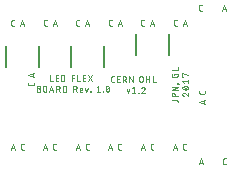
<source format=gto>
G75*
%MOIN*%
%OFA0B0*%
%FSLAX25Y25*%
%IPPOS*%
%LPD*%
%AMOC8*
5,1,8,0,0,1.08239X$1,22.5*
%
%ADD10C,0.00400*%
%ADD11C,0.00500*%
D10*
X0004333Y0008858D02*
X0005000Y0010858D01*
X0005667Y0008858D01*
X0005500Y0009358D02*
X0004500Y0009358D01*
X0007705Y0009303D02*
X0007705Y0010414D01*
X0007706Y0010414D02*
X0007708Y0010455D01*
X0007714Y0010496D01*
X0007723Y0010536D01*
X0007736Y0010574D01*
X0007753Y0010612D01*
X0007773Y0010648D01*
X0007796Y0010682D01*
X0007822Y0010713D01*
X0007851Y0010742D01*
X0007882Y0010768D01*
X0007916Y0010791D01*
X0007952Y0010811D01*
X0007990Y0010828D01*
X0008028Y0010841D01*
X0008068Y0010850D01*
X0008109Y0010856D01*
X0008150Y0010858D01*
X0008594Y0010858D01*
X0007706Y0009303D02*
X0007708Y0009262D01*
X0007714Y0009221D01*
X0007723Y0009181D01*
X0007736Y0009143D01*
X0007753Y0009105D01*
X0007773Y0009069D01*
X0007796Y0009035D01*
X0007822Y0009004D01*
X0007851Y0008975D01*
X0007882Y0008949D01*
X0007916Y0008926D01*
X0007952Y0008906D01*
X0007990Y0008889D01*
X0008028Y0008876D01*
X0008068Y0008867D01*
X0008109Y0008861D01*
X0008150Y0008859D01*
X0008150Y0008858D02*
X0008594Y0008858D01*
X0015160Y0008858D02*
X0015827Y0010858D01*
X0016493Y0008858D01*
X0016327Y0009358D02*
X0015327Y0009358D01*
X0018532Y0009303D02*
X0018532Y0010414D01*
X0018534Y0010455D01*
X0018540Y0010496D01*
X0018549Y0010536D01*
X0018562Y0010574D01*
X0018579Y0010612D01*
X0018599Y0010648D01*
X0018622Y0010682D01*
X0018648Y0010713D01*
X0018677Y0010742D01*
X0018708Y0010768D01*
X0018742Y0010791D01*
X0018778Y0010811D01*
X0018816Y0010828D01*
X0018854Y0010841D01*
X0018894Y0010850D01*
X0018935Y0010856D01*
X0018976Y0010858D01*
X0019421Y0010858D01*
X0018532Y0009303D02*
X0018534Y0009262D01*
X0018540Y0009221D01*
X0018549Y0009181D01*
X0018562Y0009143D01*
X0018579Y0009105D01*
X0018599Y0009069D01*
X0018622Y0009035D01*
X0018648Y0009004D01*
X0018677Y0008975D01*
X0018708Y0008949D01*
X0018742Y0008926D01*
X0018778Y0008906D01*
X0018816Y0008889D01*
X0018854Y0008876D01*
X0018894Y0008867D01*
X0018935Y0008861D01*
X0018976Y0008859D01*
X0018976Y0008858D02*
X0019421Y0008858D01*
X0025987Y0008858D02*
X0026654Y0010858D01*
X0027320Y0008858D01*
X0027154Y0009358D02*
X0026154Y0009358D01*
X0029359Y0009303D02*
X0029359Y0010414D01*
X0029361Y0010455D01*
X0029367Y0010496D01*
X0029376Y0010536D01*
X0029389Y0010574D01*
X0029406Y0010612D01*
X0029426Y0010648D01*
X0029449Y0010682D01*
X0029475Y0010713D01*
X0029504Y0010742D01*
X0029535Y0010768D01*
X0029569Y0010791D01*
X0029605Y0010811D01*
X0029643Y0010828D01*
X0029681Y0010841D01*
X0029721Y0010850D01*
X0029762Y0010856D01*
X0029803Y0010858D01*
X0030248Y0010858D01*
X0029359Y0009303D02*
X0029361Y0009262D01*
X0029367Y0009221D01*
X0029376Y0009181D01*
X0029389Y0009143D01*
X0029406Y0009105D01*
X0029426Y0009069D01*
X0029449Y0009035D01*
X0029475Y0009004D01*
X0029504Y0008975D01*
X0029535Y0008949D01*
X0029569Y0008926D01*
X0029605Y0008906D01*
X0029643Y0008889D01*
X0029681Y0008876D01*
X0029721Y0008867D01*
X0029762Y0008861D01*
X0029803Y0008859D01*
X0029803Y0008858D02*
X0030248Y0008858D01*
X0036814Y0008858D02*
X0037480Y0010858D01*
X0038147Y0008858D01*
X0037980Y0009358D02*
X0036980Y0009358D01*
X0040185Y0009303D02*
X0040185Y0010414D01*
X0040186Y0010414D02*
X0040188Y0010455D01*
X0040194Y0010496D01*
X0040203Y0010536D01*
X0040216Y0010574D01*
X0040233Y0010612D01*
X0040253Y0010648D01*
X0040276Y0010682D01*
X0040302Y0010713D01*
X0040331Y0010742D01*
X0040362Y0010768D01*
X0040396Y0010791D01*
X0040432Y0010811D01*
X0040470Y0010828D01*
X0040508Y0010841D01*
X0040548Y0010850D01*
X0040589Y0010856D01*
X0040630Y0010858D01*
X0041074Y0010858D01*
X0040186Y0009303D02*
X0040188Y0009262D01*
X0040194Y0009221D01*
X0040203Y0009181D01*
X0040216Y0009143D01*
X0040233Y0009105D01*
X0040253Y0009069D01*
X0040276Y0009035D01*
X0040302Y0009004D01*
X0040331Y0008975D01*
X0040362Y0008949D01*
X0040396Y0008926D01*
X0040432Y0008906D01*
X0040470Y0008889D01*
X0040508Y0008876D01*
X0040548Y0008867D01*
X0040589Y0008861D01*
X0040630Y0008859D01*
X0040630Y0008858D02*
X0041074Y0008858D01*
X0047640Y0008858D02*
X0048307Y0010858D01*
X0048974Y0008858D01*
X0048807Y0009358D02*
X0047807Y0009358D01*
X0051012Y0009303D02*
X0051012Y0010414D01*
X0051013Y0010414D02*
X0051015Y0010455D01*
X0051021Y0010496D01*
X0051030Y0010536D01*
X0051043Y0010574D01*
X0051060Y0010612D01*
X0051080Y0010648D01*
X0051103Y0010682D01*
X0051129Y0010713D01*
X0051158Y0010742D01*
X0051189Y0010768D01*
X0051223Y0010791D01*
X0051259Y0010811D01*
X0051297Y0010828D01*
X0051335Y0010841D01*
X0051375Y0010850D01*
X0051416Y0010856D01*
X0051457Y0010858D01*
X0051901Y0010858D01*
X0051013Y0009303D02*
X0051015Y0009262D01*
X0051021Y0009221D01*
X0051030Y0009181D01*
X0051043Y0009143D01*
X0051060Y0009105D01*
X0051080Y0009069D01*
X0051103Y0009035D01*
X0051129Y0009004D01*
X0051158Y0008975D01*
X0051189Y0008949D01*
X0051223Y0008926D01*
X0051259Y0008906D01*
X0051297Y0008889D01*
X0051335Y0008876D01*
X0051375Y0008867D01*
X0051416Y0008861D01*
X0051457Y0008859D01*
X0051457Y0008858D02*
X0051901Y0008858D01*
X0058467Y0008858D02*
X0059134Y0010858D01*
X0059801Y0008858D01*
X0059634Y0009358D02*
X0058634Y0009358D01*
X0061839Y0009303D02*
X0061839Y0010414D01*
X0061841Y0010455D01*
X0061847Y0010496D01*
X0061856Y0010536D01*
X0061869Y0010574D01*
X0061886Y0010612D01*
X0061906Y0010648D01*
X0061929Y0010682D01*
X0061955Y0010713D01*
X0061984Y0010742D01*
X0062015Y0010768D01*
X0062049Y0010791D01*
X0062085Y0010811D01*
X0062123Y0010828D01*
X0062161Y0010841D01*
X0062201Y0010850D01*
X0062242Y0010856D01*
X0062283Y0010858D01*
X0062728Y0010858D01*
X0061839Y0009303D02*
X0061841Y0009262D01*
X0061847Y0009221D01*
X0061856Y0009181D01*
X0061869Y0009143D01*
X0061886Y0009105D01*
X0061906Y0009069D01*
X0061929Y0009035D01*
X0061955Y0009004D01*
X0061984Y0008975D01*
X0062015Y0008949D01*
X0062049Y0008926D01*
X0062085Y0008906D01*
X0062123Y0008889D01*
X0062161Y0008876D01*
X0062201Y0008867D01*
X0062242Y0008861D01*
X0062283Y0008859D01*
X0062283Y0008858D02*
X0062728Y0008858D01*
X0067598Y0005937D02*
X0068265Y0003937D01*
X0068098Y0004437D02*
X0067098Y0004437D01*
X0066932Y0003937D02*
X0067598Y0005937D01*
X0075028Y0005493D02*
X0075028Y0004381D01*
X0075030Y0004340D01*
X0075036Y0004299D01*
X0075045Y0004259D01*
X0075058Y0004221D01*
X0075075Y0004183D01*
X0075095Y0004147D01*
X0075118Y0004113D01*
X0075144Y0004082D01*
X0075173Y0004053D01*
X0075204Y0004027D01*
X0075238Y0004004D01*
X0075274Y0003984D01*
X0075312Y0003967D01*
X0075350Y0003954D01*
X0075390Y0003945D01*
X0075431Y0003939D01*
X0075472Y0003937D01*
X0075917Y0003937D01*
X0075028Y0005493D02*
X0075030Y0005534D01*
X0075036Y0005575D01*
X0075045Y0005615D01*
X0075058Y0005653D01*
X0075075Y0005691D01*
X0075095Y0005727D01*
X0075118Y0005761D01*
X0075144Y0005792D01*
X0075173Y0005821D01*
X0075204Y0005847D01*
X0075238Y0005870D01*
X0075274Y0005890D01*
X0075312Y0005907D01*
X0075350Y0005920D01*
X0075390Y0005929D01*
X0075431Y0005935D01*
X0075472Y0005937D01*
X0075917Y0005937D01*
X0069189Y0024152D02*
X0067189Y0024819D01*
X0069189Y0025486D01*
X0068689Y0025319D02*
X0068689Y0024319D01*
X0068745Y0027524D02*
X0067633Y0027524D01*
X0067633Y0027525D02*
X0067592Y0027527D01*
X0067551Y0027533D01*
X0067511Y0027542D01*
X0067473Y0027555D01*
X0067435Y0027572D01*
X0067399Y0027591D01*
X0067365Y0027615D01*
X0067334Y0027641D01*
X0067305Y0027670D01*
X0067279Y0027701D01*
X0067256Y0027735D01*
X0067236Y0027771D01*
X0067219Y0027809D01*
X0067206Y0027847D01*
X0067197Y0027887D01*
X0067191Y0027928D01*
X0067189Y0027969D01*
X0067189Y0028413D01*
X0068745Y0027525D02*
X0068786Y0027527D01*
X0068827Y0027533D01*
X0068867Y0027542D01*
X0068905Y0027555D01*
X0068943Y0027572D01*
X0068979Y0027592D01*
X0069013Y0027615D01*
X0069044Y0027641D01*
X0069073Y0027670D01*
X0069099Y0027701D01*
X0069122Y0027735D01*
X0069142Y0027771D01*
X0069159Y0027809D01*
X0069172Y0027847D01*
X0069181Y0027887D01*
X0069187Y0027928D01*
X0069189Y0027969D01*
X0069189Y0028413D01*
X0063509Y0027843D02*
X0063509Y0026732D01*
X0062398Y0027676D01*
X0061509Y0027343D02*
X0061511Y0027296D01*
X0061516Y0027248D01*
X0061525Y0027202D01*
X0061537Y0027156D01*
X0061552Y0027111D01*
X0061571Y0027067D01*
X0061593Y0027025D01*
X0061618Y0026985D01*
X0061646Y0026946D01*
X0061677Y0026910D01*
X0061710Y0026876D01*
X0061746Y0026845D01*
X0061784Y0026816D01*
X0061824Y0026791D01*
X0061865Y0026768D01*
X0061909Y0026749D01*
X0061953Y0026732D01*
X0062398Y0027676D02*
X0062367Y0027707D01*
X0062333Y0027734D01*
X0062297Y0027759D01*
X0062260Y0027781D01*
X0062221Y0027800D01*
X0062180Y0027815D01*
X0062138Y0027827D01*
X0062096Y0027836D01*
X0062052Y0027841D01*
X0062009Y0027843D01*
X0061965Y0027841D01*
X0061922Y0027835D01*
X0061880Y0027826D01*
X0061838Y0027813D01*
X0061798Y0027796D01*
X0061759Y0027776D01*
X0061722Y0027753D01*
X0061688Y0027726D01*
X0061655Y0027697D01*
X0061626Y0027664D01*
X0061599Y0027630D01*
X0061576Y0027593D01*
X0061556Y0027554D01*
X0061539Y0027514D01*
X0061526Y0027472D01*
X0061517Y0027430D01*
X0061511Y0027387D01*
X0061509Y0027343D01*
X0062509Y0030003D02*
X0062584Y0030001D01*
X0062658Y0029996D01*
X0062733Y0029988D01*
X0062806Y0029976D01*
X0062880Y0029961D01*
X0062952Y0029942D01*
X0063024Y0029921D01*
X0063094Y0029896D01*
X0063163Y0029868D01*
X0063231Y0029836D01*
X0063231Y0029837D02*
X0063268Y0029822D01*
X0063303Y0029804D01*
X0063336Y0029783D01*
X0063367Y0029759D01*
X0063395Y0029732D01*
X0063421Y0029703D01*
X0063443Y0029671D01*
X0063463Y0029637D01*
X0063479Y0029601D01*
X0063492Y0029564D01*
X0063502Y0029526D01*
X0063507Y0029487D01*
X0063509Y0029448D01*
X0063507Y0029409D01*
X0063502Y0029370D01*
X0063492Y0029332D01*
X0063479Y0029295D01*
X0063463Y0029259D01*
X0063443Y0029225D01*
X0063421Y0029193D01*
X0063395Y0029164D01*
X0063367Y0029137D01*
X0063336Y0029113D01*
X0063303Y0029092D01*
X0063268Y0029074D01*
X0063231Y0029059D01*
X0063064Y0029003D02*
X0061953Y0029892D01*
X0061787Y0029837D02*
X0061750Y0029822D01*
X0061715Y0029804D01*
X0061682Y0029783D01*
X0061651Y0029759D01*
X0061623Y0029732D01*
X0061597Y0029703D01*
X0061575Y0029671D01*
X0061555Y0029637D01*
X0061539Y0029601D01*
X0061526Y0029564D01*
X0061516Y0029526D01*
X0061511Y0029487D01*
X0061509Y0029448D01*
X0061511Y0029409D01*
X0061516Y0029370D01*
X0061526Y0029332D01*
X0061539Y0029295D01*
X0061555Y0029259D01*
X0061575Y0029225D01*
X0061597Y0029193D01*
X0061623Y0029164D01*
X0061651Y0029137D01*
X0061682Y0029113D01*
X0061715Y0029092D01*
X0061750Y0029074D01*
X0061787Y0029059D01*
X0061787Y0029836D02*
X0061855Y0029868D01*
X0061924Y0029896D01*
X0061994Y0029921D01*
X0062066Y0029942D01*
X0062138Y0029961D01*
X0062212Y0029976D01*
X0062285Y0029988D01*
X0062360Y0029996D01*
X0062434Y0030001D01*
X0062509Y0030003D01*
X0062509Y0028892D02*
X0062434Y0028894D01*
X0062360Y0028899D01*
X0062285Y0028907D01*
X0062212Y0028919D01*
X0062138Y0028934D01*
X0062066Y0028953D01*
X0061994Y0028974D01*
X0061924Y0028999D01*
X0061855Y0029027D01*
X0061787Y0029059D01*
X0059909Y0028771D02*
X0057909Y0028771D01*
X0059909Y0029882D01*
X0057909Y0029882D01*
X0059798Y0030842D02*
X0059798Y0030953D01*
X0059909Y0030953D01*
X0060353Y0030787D01*
X0059909Y0030842D02*
X0059798Y0030842D01*
X0059909Y0030842D02*
X0059909Y0030953D01*
X0061509Y0031608D02*
X0061953Y0031052D01*
X0061509Y0031608D02*
X0063509Y0031608D01*
X0063509Y0032163D02*
X0063509Y0031052D01*
X0063231Y0029059D02*
X0063163Y0029027D01*
X0063094Y0028999D01*
X0063023Y0028974D01*
X0062952Y0028953D01*
X0062880Y0028934D01*
X0062806Y0028919D01*
X0062733Y0028907D01*
X0062658Y0028899D01*
X0062584Y0028894D01*
X0062509Y0028892D01*
X0059909Y0026660D02*
X0057909Y0026660D01*
X0057909Y0027216D01*
X0057908Y0027216D02*
X0057910Y0027262D01*
X0057916Y0027308D01*
X0057925Y0027352D01*
X0057938Y0027397D01*
X0057955Y0027439D01*
X0057975Y0027481D01*
X0057999Y0027520D01*
X0058025Y0027558D01*
X0058055Y0027593D01*
X0058087Y0027625D01*
X0058122Y0027655D01*
X0058160Y0027681D01*
X0058199Y0027705D01*
X0058241Y0027725D01*
X0058283Y0027742D01*
X0058328Y0027755D01*
X0058372Y0027764D01*
X0058418Y0027770D01*
X0058464Y0027772D01*
X0058510Y0027770D01*
X0058556Y0027764D01*
X0058600Y0027755D01*
X0058645Y0027742D01*
X0058687Y0027725D01*
X0058729Y0027705D01*
X0058768Y0027681D01*
X0058806Y0027655D01*
X0058841Y0027625D01*
X0058873Y0027593D01*
X0058903Y0027558D01*
X0058929Y0027520D01*
X0058953Y0027481D01*
X0058973Y0027439D01*
X0058990Y0027397D01*
X0059003Y0027352D01*
X0059012Y0027308D01*
X0059018Y0027262D01*
X0059020Y0027216D01*
X0059020Y0026660D01*
X0059464Y0025432D02*
X0057909Y0025432D01*
X0059464Y0025431D02*
X0059505Y0025429D01*
X0059546Y0025423D01*
X0059586Y0025414D01*
X0059624Y0025401D01*
X0059662Y0025384D01*
X0059698Y0025364D01*
X0059732Y0025341D01*
X0059763Y0025315D01*
X0059792Y0025286D01*
X0059818Y0025255D01*
X0059841Y0025221D01*
X0059861Y0025185D01*
X0059878Y0025147D01*
X0059891Y0025109D01*
X0059900Y0025069D01*
X0059906Y0025028D01*
X0059908Y0024987D01*
X0059909Y0024987D02*
X0059909Y0024765D01*
X0052645Y0031328D02*
X0051756Y0031328D01*
X0051756Y0033328D01*
X0050557Y0033328D02*
X0050557Y0031328D01*
X0050557Y0032439D02*
X0049446Y0032439D01*
X0049446Y0033328D02*
X0049446Y0031328D01*
X0048325Y0031883D02*
X0048325Y0032772D01*
X0048323Y0032818D01*
X0048317Y0032864D01*
X0048308Y0032908D01*
X0048295Y0032953D01*
X0048278Y0032995D01*
X0048258Y0033037D01*
X0048234Y0033076D01*
X0048208Y0033114D01*
X0048178Y0033149D01*
X0048146Y0033181D01*
X0048111Y0033211D01*
X0048073Y0033237D01*
X0048034Y0033261D01*
X0047992Y0033281D01*
X0047950Y0033298D01*
X0047905Y0033311D01*
X0047861Y0033320D01*
X0047815Y0033326D01*
X0047769Y0033328D01*
X0047723Y0033326D01*
X0047677Y0033320D01*
X0047633Y0033311D01*
X0047588Y0033298D01*
X0047546Y0033281D01*
X0047504Y0033261D01*
X0047465Y0033237D01*
X0047427Y0033211D01*
X0047392Y0033181D01*
X0047360Y0033149D01*
X0047330Y0033114D01*
X0047304Y0033076D01*
X0047280Y0033037D01*
X0047260Y0032995D01*
X0047243Y0032953D01*
X0047230Y0032908D01*
X0047221Y0032864D01*
X0047215Y0032818D01*
X0047213Y0032772D01*
X0047214Y0032772D02*
X0047214Y0031883D01*
X0047213Y0031883D02*
X0047215Y0031837D01*
X0047221Y0031791D01*
X0047230Y0031747D01*
X0047243Y0031702D01*
X0047260Y0031660D01*
X0047280Y0031618D01*
X0047304Y0031579D01*
X0047330Y0031541D01*
X0047360Y0031506D01*
X0047392Y0031474D01*
X0047427Y0031444D01*
X0047465Y0031418D01*
X0047504Y0031394D01*
X0047546Y0031374D01*
X0047588Y0031357D01*
X0047633Y0031344D01*
X0047677Y0031335D01*
X0047723Y0031329D01*
X0047769Y0031327D01*
X0047815Y0031329D01*
X0047861Y0031335D01*
X0047905Y0031344D01*
X0047950Y0031357D01*
X0047992Y0031374D01*
X0048034Y0031394D01*
X0048073Y0031418D01*
X0048111Y0031444D01*
X0048146Y0031474D01*
X0048178Y0031506D01*
X0048208Y0031541D01*
X0048234Y0031579D01*
X0048258Y0031618D01*
X0048278Y0031660D01*
X0048295Y0031702D01*
X0048308Y0031747D01*
X0048317Y0031791D01*
X0048323Y0031837D01*
X0048325Y0031883D01*
X0044941Y0031328D02*
X0044941Y0033328D01*
X0043830Y0033328D02*
X0044941Y0031328D01*
X0043830Y0031328D02*
X0043830Y0033328D01*
X0042175Y0033328D02*
X0041619Y0033328D01*
X0041619Y0031328D01*
X0041619Y0032216D02*
X0042175Y0032216D01*
X0042286Y0032216D02*
X0042730Y0031328D01*
X0042175Y0032216D02*
X0042221Y0032218D01*
X0042267Y0032224D01*
X0042311Y0032233D01*
X0042356Y0032246D01*
X0042398Y0032263D01*
X0042440Y0032283D01*
X0042479Y0032307D01*
X0042517Y0032333D01*
X0042552Y0032363D01*
X0042584Y0032395D01*
X0042614Y0032430D01*
X0042640Y0032468D01*
X0042664Y0032507D01*
X0042684Y0032549D01*
X0042701Y0032591D01*
X0042714Y0032636D01*
X0042723Y0032680D01*
X0042729Y0032726D01*
X0042731Y0032772D01*
X0042729Y0032818D01*
X0042723Y0032864D01*
X0042714Y0032908D01*
X0042701Y0032953D01*
X0042684Y0032995D01*
X0042664Y0033037D01*
X0042640Y0033076D01*
X0042614Y0033114D01*
X0042584Y0033149D01*
X0042552Y0033181D01*
X0042517Y0033211D01*
X0042479Y0033237D01*
X0042440Y0033261D01*
X0042398Y0033281D01*
X0042356Y0033298D01*
X0042311Y0033311D01*
X0042267Y0033320D01*
X0042221Y0033326D01*
X0042175Y0033328D01*
X0040621Y0033328D02*
X0039732Y0033328D01*
X0039732Y0031328D01*
X0040621Y0031328D01*
X0040399Y0032439D02*
X0039732Y0032439D01*
X0038733Y0033328D02*
X0038289Y0033328D01*
X0038289Y0033327D02*
X0038248Y0033325D01*
X0038207Y0033319D01*
X0038167Y0033310D01*
X0038129Y0033297D01*
X0038091Y0033280D01*
X0038055Y0033260D01*
X0038021Y0033237D01*
X0037990Y0033211D01*
X0037961Y0033182D01*
X0037935Y0033151D01*
X0037912Y0033117D01*
X0037892Y0033081D01*
X0037875Y0033043D01*
X0037862Y0033005D01*
X0037853Y0032965D01*
X0037847Y0032924D01*
X0037845Y0032883D01*
X0037844Y0032883D02*
X0037844Y0031772D01*
X0037845Y0031772D02*
X0037847Y0031731D01*
X0037853Y0031690D01*
X0037862Y0031650D01*
X0037875Y0031612D01*
X0037892Y0031574D01*
X0037912Y0031538D01*
X0037935Y0031504D01*
X0037961Y0031473D01*
X0037990Y0031444D01*
X0038021Y0031418D01*
X0038055Y0031395D01*
X0038091Y0031375D01*
X0038129Y0031358D01*
X0038167Y0031345D01*
X0038207Y0031336D01*
X0038248Y0031330D01*
X0038289Y0031328D01*
X0038733Y0031328D01*
X0036982Y0029677D02*
X0036094Y0028566D01*
X0036538Y0028121D02*
X0036577Y0028123D01*
X0036616Y0028128D01*
X0036654Y0028138D01*
X0036691Y0028151D01*
X0036727Y0028167D01*
X0036761Y0028187D01*
X0036793Y0028209D01*
X0036822Y0028235D01*
X0036849Y0028263D01*
X0036873Y0028294D01*
X0036894Y0028327D01*
X0036912Y0028362D01*
X0036927Y0028399D01*
X0036538Y0028121D02*
X0036499Y0028123D01*
X0036460Y0028128D01*
X0036422Y0028138D01*
X0036385Y0028151D01*
X0036349Y0028167D01*
X0036315Y0028187D01*
X0036283Y0028209D01*
X0036254Y0028235D01*
X0036227Y0028263D01*
X0036203Y0028294D01*
X0036182Y0028327D01*
X0036164Y0028362D01*
X0036149Y0028399D01*
X0037093Y0029121D02*
X0037091Y0029196D01*
X0037086Y0029270D01*
X0037078Y0029345D01*
X0037066Y0029418D01*
X0037051Y0029492D01*
X0037032Y0029564D01*
X0037011Y0029636D01*
X0036986Y0029706D01*
X0036958Y0029775D01*
X0036926Y0029843D01*
X0036927Y0029843D02*
X0036912Y0029880D01*
X0036894Y0029915D01*
X0036873Y0029948D01*
X0036849Y0029979D01*
X0036822Y0030007D01*
X0036793Y0030033D01*
X0036761Y0030055D01*
X0036727Y0030075D01*
X0036691Y0030091D01*
X0036654Y0030104D01*
X0036616Y0030114D01*
X0036577Y0030119D01*
X0036538Y0030121D01*
X0036499Y0030119D01*
X0036460Y0030114D01*
X0036422Y0030104D01*
X0036385Y0030091D01*
X0036349Y0030075D01*
X0036315Y0030055D01*
X0036283Y0030033D01*
X0036254Y0030007D01*
X0036227Y0029979D01*
X0036203Y0029948D01*
X0036182Y0029915D01*
X0036164Y0029880D01*
X0036149Y0029843D01*
X0037093Y0029121D02*
X0037091Y0029046D01*
X0037086Y0028972D01*
X0037078Y0028897D01*
X0037066Y0028824D01*
X0037051Y0028750D01*
X0037032Y0028678D01*
X0037011Y0028606D01*
X0036986Y0028536D01*
X0036958Y0028467D01*
X0036926Y0028399D01*
X0035983Y0029121D02*
X0035985Y0029196D01*
X0035990Y0029270D01*
X0035998Y0029345D01*
X0036010Y0029418D01*
X0036025Y0029492D01*
X0036044Y0029564D01*
X0036065Y0029636D01*
X0036090Y0029706D01*
X0036118Y0029775D01*
X0036150Y0029843D01*
X0035983Y0029121D02*
X0035985Y0029046D01*
X0035990Y0028972D01*
X0035998Y0028897D01*
X0036010Y0028824D01*
X0036025Y0028750D01*
X0036044Y0028678D01*
X0036065Y0028607D01*
X0036090Y0028536D01*
X0036118Y0028467D01*
X0036150Y0028399D01*
X0035082Y0028232D02*
X0035082Y0028121D01*
X0034970Y0028121D01*
X0034970Y0028232D01*
X0035082Y0028232D01*
X0034070Y0028121D02*
X0032958Y0028121D01*
X0033514Y0028121D02*
X0033514Y0030121D01*
X0032958Y0029677D01*
X0030906Y0028232D02*
X0030906Y0028121D01*
X0030794Y0028121D01*
X0030794Y0028232D01*
X0030906Y0028232D01*
X0029554Y0028121D02*
X0029110Y0029455D01*
X0029998Y0029455D02*
X0029554Y0028121D01*
X0028199Y0028121D02*
X0027643Y0028121D01*
X0027643Y0028122D02*
X0027608Y0028124D01*
X0027574Y0028129D01*
X0027540Y0028138D01*
X0027508Y0028151D01*
X0027477Y0028167D01*
X0027447Y0028186D01*
X0027420Y0028208D01*
X0027396Y0028232D01*
X0027374Y0028259D01*
X0027355Y0028289D01*
X0027339Y0028320D01*
X0027326Y0028352D01*
X0027317Y0028386D01*
X0027312Y0028420D01*
X0027310Y0028455D01*
X0027310Y0029010D01*
X0027310Y0028788D02*
X0028199Y0028788D01*
X0028199Y0029010D01*
X0028198Y0029010D02*
X0028196Y0029051D01*
X0028190Y0029092D01*
X0028181Y0029132D01*
X0028168Y0029170D01*
X0028151Y0029208D01*
X0028131Y0029244D01*
X0028108Y0029278D01*
X0028082Y0029309D01*
X0028053Y0029338D01*
X0028022Y0029364D01*
X0027988Y0029387D01*
X0027952Y0029407D01*
X0027914Y0029424D01*
X0027876Y0029437D01*
X0027836Y0029446D01*
X0027795Y0029452D01*
X0027754Y0029454D01*
X0027713Y0029452D01*
X0027672Y0029446D01*
X0027632Y0029437D01*
X0027594Y0029424D01*
X0027556Y0029407D01*
X0027520Y0029387D01*
X0027486Y0029364D01*
X0027455Y0029338D01*
X0027426Y0029309D01*
X0027400Y0029278D01*
X0027377Y0029244D01*
X0027357Y0029208D01*
X0027340Y0029170D01*
X0027327Y0029132D01*
X0027318Y0029092D01*
X0027312Y0029051D01*
X0027310Y0029010D01*
X0026315Y0028121D02*
X0025871Y0029010D01*
X0025760Y0029010D02*
X0025204Y0029010D01*
X0025760Y0029010D02*
X0025806Y0029012D01*
X0025852Y0029018D01*
X0025896Y0029027D01*
X0025941Y0029040D01*
X0025983Y0029057D01*
X0026025Y0029077D01*
X0026064Y0029101D01*
X0026102Y0029127D01*
X0026137Y0029157D01*
X0026169Y0029189D01*
X0026199Y0029224D01*
X0026225Y0029262D01*
X0026249Y0029301D01*
X0026269Y0029343D01*
X0026286Y0029385D01*
X0026299Y0029430D01*
X0026308Y0029474D01*
X0026314Y0029520D01*
X0026316Y0029566D01*
X0026314Y0029612D01*
X0026308Y0029658D01*
X0026299Y0029702D01*
X0026286Y0029747D01*
X0026269Y0029789D01*
X0026249Y0029831D01*
X0026225Y0029870D01*
X0026199Y0029908D01*
X0026169Y0029943D01*
X0026137Y0029975D01*
X0026102Y0030005D01*
X0026064Y0030031D01*
X0026025Y0030055D01*
X0025983Y0030075D01*
X0025941Y0030092D01*
X0025896Y0030105D01*
X0025852Y0030114D01*
X0025806Y0030120D01*
X0025760Y0030122D01*
X0025760Y0030121D02*
X0025204Y0030121D01*
X0025204Y0028121D01*
X0022838Y0028677D02*
X0022838Y0029566D01*
X0022836Y0029612D01*
X0022830Y0029658D01*
X0022821Y0029702D01*
X0022808Y0029747D01*
X0022791Y0029789D01*
X0022771Y0029831D01*
X0022747Y0029870D01*
X0022721Y0029908D01*
X0022691Y0029943D01*
X0022659Y0029975D01*
X0022624Y0030005D01*
X0022586Y0030031D01*
X0022547Y0030055D01*
X0022505Y0030075D01*
X0022463Y0030092D01*
X0022418Y0030105D01*
X0022374Y0030114D01*
X0022328Y0030120D01*
X0022282Y0030122D01*
X0022282Y0030121D02*
X0021727Y0030121D01*
X0021727Y0028121D01*
X0022282Y0028121D01*
X0022328Y0028123D01*
X0022374Y0028129D01*
X0022418Y0028138D01*
X0022463Y0028151D01*
X0022505Y0028168D01*
X0022547Y0028188D01*
X0022586Y0028212D01*
X0022623Y0028238D01*
X0022659Y0028268D01*
X0022691Y0028300D01*
X0022721Y0028335D01*
X0022747Y0028373D01*
X0022771Y0028412D01*
X0022791Y0028454D01*
X0022808Y0028496D01*
X0022821Y0028541D01*
X0022830Y0028585D01*
X0022836Y0028631D01*
X0022838Y0028677D01*
X0020627Y0028121D02*
X0020183Y0029010D01*
X0020072Y0029010D02*
X0019516Y0029010D01*
X0020072Y0029010D02*
X0020118Y0029012D01*
X0020164Y0029018D01*
X0020208Y0029027D01*
X0020253Y0029040D01*
X0020295Y0029057D01*
X0020337Y0029077D01*
X0020376Y0029101D01*
X0020414Y0029127D01*
X0020449Y0029157D01*
X0020481Y0029189D01*
X0020511Y0029224D01*
X0020537Y0029262D01*
X0020561Y0029301D01*
X0020581Y0029343D01*
X0020598Y0029385D01*
X0020611Y0029430D01*
X0020620Y0029474D01*
X0020626Y0029520D01*
X0020628Y0029566D01*
X0020626Y0029612D01*
X0020620Y0029658D01*
X0020611Y0029702D01*
X0020598Y0029747D01*
X0020581Y0029789D01*
X0020561Y0029831D01*
X0020537Y0029870D01*
X0020511Y0029908D01*
X0020481Y0029943D01*
X0020449Y0029975D01*
X0020414Y0030005D01*
X0020376Y0030031D01*
X0020337Y0030055D01*
X0020295Y0030075D01*
X0020253Y0030092D01*
X0020208Y0030105D01*
X0020164Y0030114D01*
X0020118Y0030120D01*
X0020072Y0030122D01*
X0020072Y0030121D02*
X0019516Y0030121D01*
X0019516Y0028121D01*
X0018485Y0028121D02*
X0017818Y0030121D01*
X0017151Y0028121D01*
X0017318Y0028621D02*
X0018318Y0028621D01*
X0016214Y0028677D02*
X0016214Y0029566D01*
X0016212Y0029612D01*
X0016206Y0029658D01*
X0016197Y0029702D01*
X0016184Y0029747D01*
X0016167Y0029789D01*
X0016147Y0029831D01*
X0016123Y0029870D01*
X0016097Y0029908D01*
X0016067Y0029943D01*
X0016035Y0029975D01*
X0016000Y0030005D01*
X0015962Y0030031D01*
X0015923Y0030055D01*
X0015881Y0030075D01*
X0015839Y0030092D01*
X0015794Y0030105D01*
X0015750Y0030114D01*
X0015704Y0030120D01*
X0015658Y0030122D01*
X0015612Y0030120D01*
X0015566Y0030114D01*
X0015522Y0030105D01*
X0015477Y0030092D01*
X0015435Y0030075D01*
X0015393Y0030055D01*
X0015354Y0030031D01*
X0015316Y0030005D01*
X0015281Y0029975D01*
X0015249Y0029943D01*
X0015219Y0029908D01*
X0015193Y0029870D01*
X0015169Y0029831D01*
X0015149Y0029789D01*
X0015132Y0029747D01*
X0015119Y0029702D01*
X0015110Y0029658D01*
X0015104Y0029612D01*
X0015102Y0029566D01*
X0015103Y0029566D02*
X0015103Y0028677D01*
X0015102Y0028677D02*
X0015104Y0028631D01*
X0015110Y0028585D01*
X0015119Y0028541D01*
X0015132Y0028496D01*
X0015149Y0028454D01*
X0015169Y0028412D01*
X0015193Y0028373D01*
X0015219Y0028335D01*
X0015249Y0028300D01*
X0015281Y0028268D01*
X0015316Y0028238D01*
X0015354Y0028212D01*
X0015393Y0028188D01*
X0015435Y0028168D01*
X0015477Y0028151D01*
X0015522Y0028138D01*
X0015566Y0028129D01*
X0015612Y0028123D01*
X0015658Y0028121D01*
X0015704Y0028123D01*
X0015750Y0028129D01*
X0015794Y0028138D01*
X0015839Y0028151D01*
X0015881Y0028168D01*
X0015923Y0028188D01*
X0015962Y0028212D01*
X0016000Y0028238D01*
X0016035Y0028268D01*
X0016067Y0028300D01*
X0016097Y0028335D01*
X0016123Y0028373D01*
X0016147Y0028412D01*
X0016167Y0028454D01*
X0016184Y0028496D01*
X0016197Y0028541D01*
X0016206Y0028585D01*
X0016212Y0028631D01*
X0016214Y0028677D01*
X0013619Y0028121D02*
X0013665Y0028123D01*
X0013711Y0028129D01*
X0013755Y0028138D01*
X0013800Y0028151D01*
X0013842Y0028168D01*
X0013884Y0028188D01*
X0013923Y0028212D01*
X0013961Y0028238D01*
X0013996Y0028268D01*
X0014028Y0028300D01*
X0014058Y0028335D01*
X0014084Y0028373D01*
X0014108Y0028412D01*
X0014128Y0028454D01*
X0014145Y0028496D01*
X0014158Y0028541D01*
X0014167Y0028585D01*
X0014173Y0028631D01*
X0014175Y0028677D01*
X0014173Y0028723D01*
X0014167Y0028769D01*
X0014158Y0028813D01*
X0014145Y0028858D01*
X0014128Y0028900D01*
X0014108Y0028942D01*
X0014084Y0028981D01*
X0014058Y0029019D01*
X0014028Y0029054D01*
X0013996Y0029086D01*
X0013961Y0029116D01*
X0013923Y0029142D01*
X0013884Y0029166D01*
X0013842Y0029186D01*
X0013800Y0029203D01*
X0013755Y0029216D01*
X0013711Y0029225D01*
X0013665Y0029231D01*
X0013619Y0029233D01*
X0013619Y0029232D02*
X0013064Y0029232D01*
X0013619Y0029233D02*
X0013660Y0029235D01*
X0013701Y0029241D01*
X0013741Y0029250D01*
X0013779Y0029263D01*
X0013817Y0029280D01*
X0013853Y0029300D01*
X0013887Y0029323D01*
X0013918Y0029349D01*
X0013947Y0029378D01*
X0013973Y0029409D01*
X0013996Y0029443D01*
X0014016Y0029479D01*
X0014033Y0029517D01*
X0014046Y0029555D01*
X0014055Y0029595D01*
X0014061Y0029636D01*
X0014063Y0029677D01*
X0014061Y0029718D01*
X0014055Y0029759D01*
X0014046Y0029799D01*
X0014033Y0029837D01*
X0014016Y0029875D01*
X0013996Y0029911D01*
X0013973Y0029945D01*
X0013947Y0029976D01*
X0013918Y0030005D01*
X0013887Y0030031D01*
X0013853Y0030054D01*
X0013817Y0030074D01*
X0013779Y0030091D01*
X0013741Y0030104D01*
X0013701Y0030113D01*
X0013660Y0030119D01*
X0013619Y0030121D01*
X0013064Y0030121D01*
X0013064Y0028121D01*
X0013619Y0028121D01*
X0011658Y0030280D02*
X0010547Y0030280D01*
X0010506Y0030282D01*
X0010465Y0030288D01*
X0010425Y0030297D01*
X0010387Y0030310D01*
X0010349Y0030327D01*
X0010313Y0030346D01*
X0010279Y0030370D01*
X0010248Y0030396D01*
X0010219Y0030425D01*
X0010193Y0030456D01*
X0010170Y0030490D01*
X0010150Y0030526D01*
X0010133Y0030564D01*
X0010120Y0030602D01*
X0010111Y0030642D01*
X0010105Y0030683D01*
X0010103Y0030724D01*
X0010102Y0030724D02*
X0010102Y0031169D01*
X0011658Y0030280D02*
X0011699Y0030282D01*
X0011740Y0030288D01*
X0011780Y0030297D01*
X0011818Y0030310D01*
X0011856Y0030327D01*
X0011892Y0030347D01*
X0011926Y0030370D01*
X0011957Y0030396D01*
X0011986Y0030425D01*
X0012012Y0030456D01*
X0012035Y0030490D01*
X0012055Y0030526D01*
X0012072Y0030564D01*
X0012085Y0030602D01*
X0012094Y0030642D01*
X0012100Y0030683D01*
X0012102Y0030724D01*
X0012102Y0031169D01*
X0012102Y0033207D02*
X0010102Y0033874D01*
X0012102Y0034541D01*
X0011602Y0034374D02*
X0011602Y0033374D01*
X0017382Y0033721D02*
X0017382Y0031721D01*
X0018271Y0031721D01*
X0019254Y0031721D02*
X0019254Y0033721D01*
X0020143Y0033721D01*
X0021119Y0033721D02*
X0021675Y0033721D01*
X0021675Y0033722D02*
X0021721Y0033720D01*
X0021767Y0033714D01*
X0021811Y0033705D01*
X0021856Y0033692D01*
X0021898Y0033675D01*
X0021940Y0033655D01*
X0021979Y0033631D01*
X0022017Y0033605D01*
X0022052Y0033575D01*
X0022084Y0033543D01*
X0022114Y0033508D01*
X0022140Y0033470D01*
X0022164Y0033431D01*
X0022184Y0033389D01*
X0022201Y0033347D01*
X0022214Y0033302D01*
X0022223Y0033258D01*
X0022229Y0033212D01*
X0022231Y0033166D01*
X0022231Y0032277D01*
X0022229Y0032231D01*
X0022223Y0032185D01*
X0022214Y0032141D01*
X0022201Y0032096D01*
X0022184Y0032054D01*
X0022164Y0032012D01*
X0022140Y0031973D01*
X0022114Y0031935D01*
X0022084Y0031900D01*
X0022052Y0031868D01*
X0022016Y0031838D01*
X0021979Y0031812D01*
X0021940Y0031788D01*
X0021898Y0031768D01*
X0021856Y0031751D01*
X0021811Y0031738D01*
X0021767Y0031729D01*
X0021721Y0031723D01*
X0021675Y0031721D01*
X0021119Y0031721D01*
X0021119Y0033721D01*
X0019921Y0032832D02*
X0019254Y0032832D01*
X0019254Y0031721D02*
X0020143Y0031721D01*
X0024582Y0031721D02*
X0024582Y0033721D01*
X0025471Y0033721D01*
X0026454Y0033721D02*
X0026454Y0031721D01*
X0027343Y0031721D01*
X0028326Y0031721D02*
X0028326Y0033721D01*
X0029215Y0033721D01*
X0030008Y0033721D02*
X0031342Y0031721D01*
X0030008Y0031721D02*
X0031342Y0033721D01*
X0028993Y0032832D02*
X0028326Y0032832D01*
X0028326Y0031721D02*
X0029215Y0031721D01*
X0025471Y0032832D02*
X0024582Y0032832D01*
X0042961Y0029061D02*
X0043405Y0027728D01*
X0043850Y0029061D01*
X0044794Y0029283D02*
X0045349Y0029728D01*
X0045349Y0027728D01*
X0044794Y0027728D02*
X0045905Y0027728D01*
X0046806Y0027728D02*
X0046917Y0027728D01*
X0046917Y0027839D01*
X0046806Y0027839D01*
X0046806Y0027728D01*
X0047818Y0027728D02*
X0048929Y0027728D01*
X0047818Y0027728D02*
X0048762Y0028839D01*
X0048429Y0029727D02*
X0048382Y0029725D01*
X0048334Y0029720D01*
X0048288Y0029711D01*
X0048242Y0029699D01*
X0048197Y0029684D01*
X0048153Y0029665D01*
X0048111Y0029643D01*
X0048071Y0029618D01*
X0048032Y0029590D01*
X0047996Y0029559D01*
X0047962Y0029526D01*
X0047931Y0029490D01*
X0047902Y0029452D01*
X0047877Y0029412D01*
X0047854Y0029371D01*
X0047835Y0029327D01*
X0047818Y0029283D01*
X0048762Y0028839D02*
X0048793Y0028870D01*
X0048820Y0028904D01*
X0048845Y0028940D01*
X0048867Y0028977D01*
X0048886Y0029016D01*
X0048901Y0029057D01*
X0048913Y0029099D01*
X0048922Y0029141D01*
X0048927Y0029185D01*
X0048929Y0029228D01*
X0048927Y0029272D01*
X0048921Y0029315D01*
X0048912Y0029357D01*
X0048899Y0029399D01*
X0048882Y0029439D01*
X0048862Y0029478D01*
X0048839Y0029515D01*
X0048812Y0029549D01*
X0048783Y0029582D01*
X0048750Y0029611D01*
X0048716Y0029638D01*
X0048679Y0029661D01*
X0048640Y0029681D01*
X0048600Y0029698D01*
X0048558Y0029711D01*
X0048516Y0029720D01*
X0048473Y0029726D01*
X0048429Y0029728D01*
X0057909Y0033535D02*
X0057909Y0034202D01*
X0058798Y0034202D02*
X0058798Y0033869D01*
X0058798Y0034202D02*
X0059909Y0034202D01*
X0059909Y0033535D01*
X0059908Y0033535D02*
X0059906Y0033494D01*
X0059900Y0033453D01*
X0059891Y0033413D01*
X0059878Y0033375D01*
X0059861Y0033337D01*
X0059841Y0033301D01*
X0059818Y0033267D01*
X0059792Y0033236D01*
X0059763Y0033207D01*
X0059732Y0033181D01*
X0059698Y0033158D01*
X0059662Y0033138D01*
X0059624Y0033121D01*
X0059586Y0033108D01*
X0059546Y0033099D01*
X0059505Y0033093D01*
X0059464Y0033091D01*
X0058353Y0033091D01*
X0058312Y0033093D01*
X0058271Y0033099D01*
X0058231Y0033108D01*
X0058193Y0033121D01*
X0058155Y0033138D01*
X0058119Y0033157D01*
X0058085Y0033181D01*
X0058054Y0033207D01*
X0058025Y0033236D01*
X0057999Y0033267D01*
X0057976Y0033301D01*
X0057956Y0033337D01*
X0057939Y0033375D01*
X0057926Y0033413D01*
X0057917Y0033453D01*
X0057911Y0033494D01*
X0057909Y0033535D01*
X0057909Y0035401D02*
X0059909Y0035401D01*
X0059909Y0036290D01*
X0061509Y0034323D02*
X0063509Y0033768D01*
X0061731Y0033212D02*
X0061509Y0033212D01*
X0061509Y0034323D01*
X0061617Y0050197D02*
X0062283Y0052197D01*
X0062950Y0050197D01*
X0062783Y0050697D02*
X0061783Y0050697D01*
X0059578Y0050197D02*
X0059134Y0050197D01*
X0059093Y0050199D01*
X0059052Y0050205D01*
X0059012Y0050214D01*
X0058974Y0050227D01*
X0058936Y0050244D01*
X0058900Y0050264D01*
X0058866Y0050287D01*
X0058835Y0050313D01*
X0058806Y0050342D01*
X0058780Y0050373D01*
X0058757Y0050407D01*
X0058737Y0050443D01*
X0058720Y0050481D01*
X0058707Y0050519D01*
X0058698Y0050559D01*
X0058692Y0050600D01*
X0058690Y0050641D01*
X0058689Y0050641D02*
X0058689Y0051752D01*
X0058690Y0051752D02*
X0058692Y0051793D01*
X0058698Y0051834D01*
X0058707Y0051874D01*
X0058720Y0051912D01*
X0058737Y0051950D01*
X0058757Y0051986D01*
X0058780Y0052020D01*
X0058806Y0052051D01*
X0058835Y0052080D01*
X0058866Y0052106D01*
X0058900Y0052129D01*
X0058936Y0052149D01*
X0058974Y0052166D01*
X0059012Y0052179D01*
X0059052Y0052188D01*
X0059093Y0052194D01*
X0059134Y0052196D01*
X0059134Y0052197D02*
X0059578Y0052197D01*
X0052123Y0050197D02*
X0051457Y0052197D01*
X0050790Y0050197D01*
X0050957Y0050697D02*
X0051957Y0050697D01*
X0048752Y0050197D02*
X0048307Y0050197D01*
X0048266Y0050199D01*
X0048225Y0050205D01*
X0048185Y0050214D01*
X0048147Y0050227D01*
X0048109Y0050244D01*
X0048073Y0050264D01*
X0048039Y0050287D01*
X0048008Y0050313D01*
X0047979Y0050342D01*
X0047953Y0050373D01*
X0047930Y0050407D01*
X0047910Y0050443D01*
X0047893Y0050481D01*
X0047880Y0050519D01*
X0047871Y0050559D01*
X0047865Y0050600D01*
X0047863Y0050641D01*
X0047863Y0051752D01*
X0047865Y0051793D01*
X0047871Y0051834D01*
X0047880Y0051874D01*
X0047893Y0051912D01*
X0047910Y0051950D01*
X0047930Y0051986D01*
X0047953Y0052020D01*
X0047979Y0052051D01*
X0048008Y0052080D01*
X0048039Y0052106D01*
X0048073Y0052129D01*
X0048109Y0052149D01*
X0048147Y0052166D01*
X0048185Y0052179D01*
X0048225Y0052188D01*
X0048266Y0052194D01*
X0048307Y0052196D01*
X0048307Y0052197D02*
X0048752Y0052197D01*
X0041297Y0050197D02*
X0040630Y0052197D01*
X0039963Y0050197D01*
X0040130Y0050697D02*
X0041130Y0050697D01*
X0037925Y0050197D02*
X0037480Y0050197D01*
X0037439Y0050199D01*
X0037398Y0050205D01*
X0037358Y0050214D01*
X0037320Y0050227D01*
X0037282Y0050244D01*
X0037246Y0050264D01*
X0037212Y0050287D01*
X0037181Y0050313D01*
X0037152Y0050342D01*
X0037126Y0050373D01*
X0037103Y0050407D01*
X0037083Y0050443D01*
X0037066Y0050481D01*
X0037053Y0050519D01*
X0037044Y0050559D01*
X0037038Y0050600D01*
X0037036Y0050641D01*
X0037036Y0051752D01*
X0037038Y0051793D01*
X0037044Y0051834D01*
X0037053Y0051874D01*
X0037066Y0051912D01*
X0037083Y0051950D01*
X0037103Y0051986D01*
X0037126Y0052020D01*
X0037152Y0052051D01*
X0037181Y0052080D01*
X0037212Y0052106D01*
X0037246Y0052129D01*
X0037282Y0052149D01*
X0037320Y0052166D01*
X0037358Y0052179D01*
X0037398Y0052188D01*
X0037439Y0052194D01*
X0037480Y0052196D01*
X0037480Y0052197D02*
X0037925Y0052197D01*
X0030470Y0050197D02*
X0029803Y0052197D01*
X0029136Y0050197D01*
X0029303Y0050697D02*
X0030303Y0050697D01*
X0027098Y0050197D02*
X0026654Y0050197D01*
X0026613Y0050199D01*
X0026572Y0050205D01*
X0026532Y0050214D01*
X0026494Y0050227D01*
X0026456Y0050244D01*
X0026420Y0050264D01*
X0026386Y0050287D01*
X0026355Y0050313D01*
X0026326Y0050342D01*
X0026300Y0050373D01*
X0026277Y0050407D01*
X0026257Y0050443D01*
X0026240Y0050481D01*
X0026227Y0050519D01*
X0026218Y0050559D01*
X0026212Y0050600D01*
X0026210Y0050641D01*
X0026209Y0050641D02*
X0026209Y0051752D01*
X0026210Y0051752D02*
X0026212Y0051793D01*
X0026218Y0051834D01*
X0026227Y0051874D01*
X0026240Y0051912D01*
X0026257Y0051950D01*
X0026277Y0051986D01*
X0026300Y0052020D01*
X0026326Y0052051D01*
X0026355Y0052080D01*
X0026386Y0052106D01*
X0026420Y0052129D01*
X0026456Y0052149D01*
X0026494Y0052166D01*
X0026532Y0052179D01*
X0026572Y0052188D01*
X0026613Y0052194D01*
X0026654Y0052196D01*
X0026654Y0052197D02*
X0027098Y0052197D01*
X0019643Y0050197D02*
X0018976Y0052197D01*
X0018310Y0050197D01*
X0018476Y0050697D02*
X0019476Y0050697D01*
X0016271Y0050197D02*
X0015827Y0050197D01*
X0015786Y0050199D01*
X0015745Y0050205D01*
X0015705Y0050214D01*
X0015667Y0050227D01*
X0015629Y0050244D01*
X0015593Y0050264D01*
X0015559Y0050287D01*
X0015528Y0050313D01*
X0015499Y0050342D01*
X0015473Y0050373D01*
X0015450Y0050407D01*
X0015430Y0050443D01*
X0015413Y0050481D01*
X0015400Y0050519D01*
X0015391Y0050559D01*
X0015385Y0050600D01*
X0015383Y0050641D01*
X0015382Y0050641D02*
X0015382Y0051752D01*
X0015383Y0051752D02*
X0015385Y0051793D01*
X0015391Y0051834D01*
X0015400Y0051874D01*
X0015413Y0051912D01*
X0015430Y0051950D01*
X0015450Y0051986D01*
X0015473Y0052020D01*
X0015499Y0052051D01*
X0015528Y0052080D01*
X0015559Y0052106D01*
X0015593Y0052129D01*
X0015629Y0052149D01*
X0015667Y0052166D01*
X0015705Y0052179D01*
X0015745Y0052188D01*
X0015786Y0052194D01*
X0015827Y0052196D01*
X0015827Y0052197D02*
X0016271Y0052197D01*
X0008816Y0050197D02*
X0008150Y0052197D01*
X0007483Y0050197D01*
X0007650Y0050697D02*
X0008650Y0050697D01*
X0005444Y0050197D02*
X0005000Y0050197D01*
X0004959Y0050199D01*
X0004918Y0050205D01*
X0004878Y0050214D01*
X0004840Y0050227D01*
X0004802Y0050244D01*
X0004766Y0050264D01*
X0004732Y0050287D01*
X0004701Y0050313D01*
X0004672Y0050342D01*
X0004646Y0050373D01*
X0004623Y0050407D01*
X0004603Y0050443D01*
X0004586Y0050481D01*
X0004573Y0050519D01*
X0004564Y0050559D01*
X0004558Y0050600D01*
X0004556Y0050641D01*
X0004556Y0051752D01*
X0004558Y0051793D01*
X0004564Y0051834D01*
X0004573Y0051874D01*
X0004586Y0051912D01*
X0004603Y0051950D01*
X0004623Y0051986D01*
X0004646Y0052020D01*
X0004672Y0052051D01*
X0004701Y0052080D01*
X0004732Y0052106D01*
X0004766Y0052129D01*
X0004802Y0052149D01*
X0004840Y0052166D01*
X0004878Y0052179D01*
X0004918Y0052188D01*
X0004959Y0052194D01*
X0005000Y0052196D01*
X0005000Y0052197D02*
X0005444Y0052197D01*
X0067154Y0055563D02*
X0067154Y0056674D01*
X0067156Y0056715D01*
X0067162Y0056756D01*
X0067171Y0056796D01*
X0067184Y0056834D01*
X0067201Y0056872D01*
X0067221Y0056908D01*
X0067244Y0056942D01*
X0067270Y0056973D01*
X0067299Y0057002D01*
X0067330Y0057028D01*
X0067364Y0057051D01*
X0067400Y0057071D01*
X0067438Y0057088D01*
X0067476Y0057101D01*
X0067516Y0057110D01*
X0067557Y0057116D01*
X0067598Y0057118D01*
X0068043Y0057118D01*
X0067154Y0055563D02*
X0067156Y0055522D01*
X0067162Y0055481D01*
X0067171Y0055441D01*
X0067184Y0055403D01*
X0067201Y0055365D01*
X0067221Y0055329D01*
X0067244Y0055295D01*
X0067270Y0055264D01*
X0067299Y0055235D01*
X0067330Y0055209D01*
X0067364Y0055186D01*
X0067400Y0055166D01*
X0067438Y0055149D01*
X0067476Y0055136D01*
X0067516Y0055127D01*
X0067557Y0055121D01*
X0067598Y0055119D01*
X0067598Y0055118D02*
X0068043Y0055118D01*
X0074806Y0055118D02*
X0075472Y0057118D01*
X0076139Y0055118D01*
X0075972Y0055618D02*
X0074972Y0055618D01*
D11*
X0056969Y0047457D02*
X0056969Y0040370D01*
X0046142Y0040370D02*
X0046142Y0047457D01*
X0035315Y0043520D02*
X0035315Y0036433D01*
X0024488Y0036433D02*
X0024488Y0043520D01*
X0013661Y0043520D02*
X0013661Y0036433D01*
X0002835Y0036433D02*
X0002835Y0043520D01*
M02*

</source>
